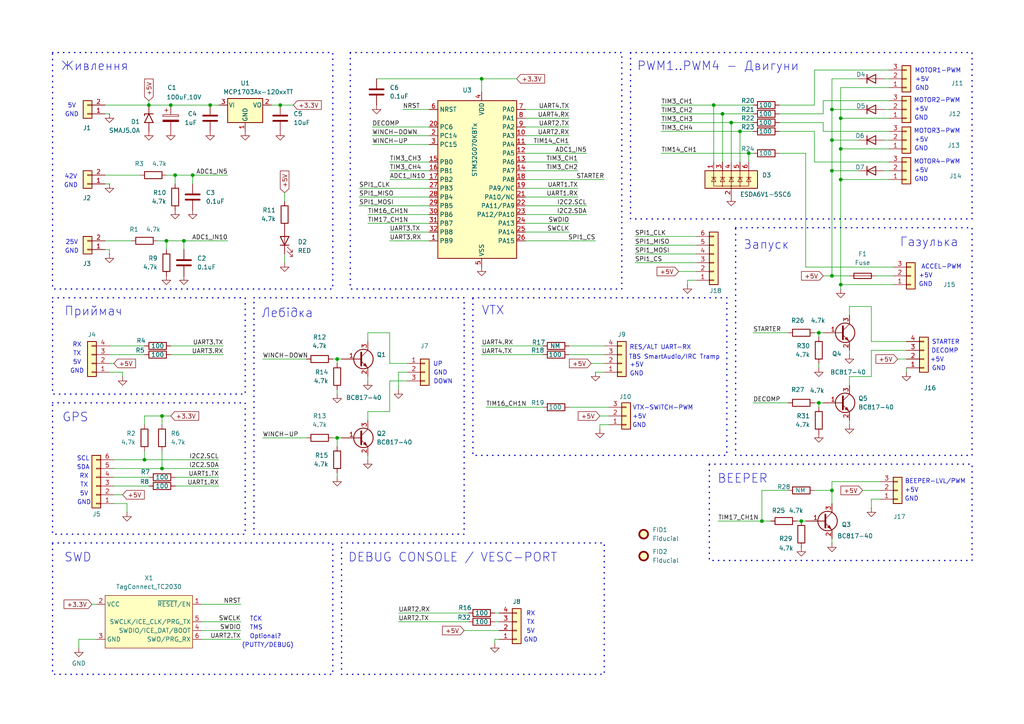
<source format=kicad_sch>
(kicad_sch (version 20231120) (generator "eeschema") (generator_version "8.0")
  (paper "A4")
  (junction (at 53.34 69.85))
  (junction (at 209.55 33.02))
  (junction (at 243.84 43.18))
  (junction (at 97.79 104.14))
  (junction (at 243.84 34.29))
  (junction (at 48.26 69.85))
  (junction (at 241.3 31.75))
  (junction (at 49.53 30.48))
  (junction (at 241.3 80.01))
  (junction (at 220.98 151.13))
  (junction (at 55.88 50.8))
  (junction (at 237.49 116.84))
  (junction (at 243.84 82.55))
  (junction (at 46.99 120.65))
  (junction (at 207.01 30.48))
  (junction (at 241.3 40.64))
  (junction (at 217.17 44.45))
  (junction (at 241.3 49.53))
  (junction (at 243.84 52.07))
  (junction (at 43.18 30.48))
  (junction (at 97.79 127))
  (junction (at 212.09 35.56))
  (junction (at 60.96 30.48))
  (junction (at 41.91 133.35))
  (junction (at 81.28 30.48))
  (junction (at 214.63 38.1))
  (junction (at 139.7 22.86))
  (junction (at 50.8 50.8))
  (junction (at 241.3 142.24))
  (junction (at 232.41 151.13))
  (junction (at 46.99 135.89))
  (junction (at 237.49 96.52))
  (wire (pts (xy 237.49 96.52) (xy 237.49 97.79)))
  (wire (pts (xy 97.79 137.16) (xy 97.79 138.43)))
  (wire (pts (xy 60.96 30.48) (xy 63.5 30.48)))
  (wire (pts (xy 152.4 36.83) (xy 165.1 36.83)))
  (wire (pts (xy 58.42 185.42) (xy 69.85 185.42)))
  (wire (pts (xy 262.89 107.95) (xy 262.89 106.68)))
  (wire (pts (xy 113.03 46.99) (xy 124.46 46.99)))
  (wire (pts (xy 140.97 118.11) (xy 157.48 118.11)))
  (wire (pts (xy 22.86 185.42) (xy 27.94 185.42)))
  (wire (pts (xy 31.75 72.39) (xy 31.75 73.66)))
  (wire (pts (xy 49.53 120.65) (xy 46.99 120.65)))
  (wire (pts (xy 248.92 40.64) (xy 241.3 40.64)))
  (wire (pts (xy 218.44 44.45) (xy 217.17 44.45)))
  (wire (pts (xy 236.22 142.24) (xy 241.3 142.24)))
  (wire (pts (xy 217.17 44.45) (xy 191.77 44.45)))
  (wire (pts (xy 49.53 30.48) (xy 60.96 30.48)))
  (wire (pts (xy 257.81 46.99) (xy 236.22 46.99)))
  (wire (pts (xy 31.75 100.33) (xy 41.91 100.33)))
  (wire (pts (xy 35.56 107.95) (xy 35.56 109.22)))
  (wire (pts (xy 218.44 116.84) (xy 228.6 116.84)))
  (wire (pts (xy 252.73 109.22) (xy 252.73 101.6)))
  (wire (pts (xy 196.85 78.74) (xy 201.93 78.74)))
  (wire (pts (xy 41.91 120.65) (xy 41.91 123.19)))
  (wire (pts (xy 46.99 120.65) (xy 41.91 120.65)))
  (wire (pts (xy 246.38 101.6) (xy 246.38 102.87)))
  (wire (pts (xy 106.68 119.38) (xy 106.68 121.92)))
  (wire (pts (xy 218.44 30.48) (xy 207.01 30.48)))
  (wire (pts (xy 259.08 82.55) (xy 243.84 82.55)))
  (wire (pts (xy 246.38 109.22) (xy 252.73 109.22)))
  (wire (pts (xy 152.4 44.45) (xy 170.18 44.45)))
  (wire (pts (xy 243.84 43.18) (xy 243.84 34.29)))
  (wire (pts (xy 97.79 104.14) (xy 99.06 104.14)))
  (wire (pts (xy 165.1 100.33) (xy 175.26 100.33)))
  (wire (pts (xy 48.26 69.85) (xy 53.34 69.85)))
  (wire (pts (xy 50.8 50.8) (xy 55.88 50.8)))
  (wire (pts (xy 104.14 57.15) (xy 124.46 57.15)))
  (wire (pts (xy 241.3 49.53) (xy 241.3 40.64)))
  (wire (pts (xy 207.01 30.48) (xy 191.77 30.48)))
  (wire (pts (xy 209.55 33.02) (xy 191.77 33.02)))
  (wire (pts (xy 252.73 99.06) (xy 262.89 99.06)))
  (wire (pts (xy 236.22 30.48) (xy 236.22 20.32)))
  (wire (pts (xy 238.76 35.56) (xy 238.76 38.1)))
  (wire (pts (xy 236.22 116.84) (xy 237.49 116.84)))
  (wire (pts (xy 226.06 44.45) (xy 233.68 44.45)))
  (wire (pts (xy 36.83 148.59) (xy 36.83 146.05)))
  (wire (pts (xy 241.3 139.7) (xy 241.3 142.24)))
  (wire (pts (xy 33.02 133.35) (xy 41.91 133.35)))
  (wire (pts (xy 113.03 49.53) (xy 124.46 49.53)))
  (wire (pts (xy 115.57 113.03) (xy 115.57 107.95)))
  (wire (pts (xy 218.44 33.02) (xy 209.55 33.02)))
  (wire (pts (xy 107.95 41.91) (xy 124.46 41.91)))
  (wire (pts (xy 97.79 113.03) (xy 97.79 114.3)))
  (wire (pts (xy 152.4 62.23) (xy 170.18 62.23)))
  (wire (pts (xy 199.39 82.55) (xy 199.39 81.28)))
  (wire (pts (xy 106.68 96.52) (xy 113.03 96.52)))
  (wire (pts (xy 78.74 30.48) (xy 81.28 30.48)))
  (wire (pts (xy 152.4 59.69) (xy 170.18 59.69)))
  (wire (pts (xy 116.84 31.75) (xy 124.46 31.75)))
  (wire (pts (xy 33.02 140.97) (xy 43.18 140.97)))
  (wire (pts (xy 218.44 96.52) (xy 228.6 96.52)))
  (wire (pts (xy 208.28 151.13) (xy 220.98 151.13)))
  (wire (pts (xy 58.42 180.34) (xy 69.85 180.34)))
  (wire (pts (xy 76.2 104.14) (xy 88.9 104.14)))
  (wire (pts (xy 246.38 121.92) (xy 246.38 123.19)))
  (wire (pts (xy 226.06 30.48) (xy 236.22 30.48)))
  (wire (pts (xy 243.84 34.29) (xy 243.84 25.4)))
  (wire (pts (xy 109.22 22.86) (xy 139.7 22.86)))
  (wire (pts (xy 231.14 151.13) (xy 232.41 151.13)))
  (wire (pts (xy 218.44 35.56) (xy 212.09 35.56)))
  (wire (pts (xy 226.06 38.1) (xy 236.22 38.1)))
  (wire (pts (xy 165.1 102.87) (xy 175.26 102.87)))
  (wire (pts (xy 257.81 43.18) (xy 243.84 43.18)))
  (wire (pts (xy 45.72 69.85) (xy 48.26 69.85)))
  (wire (pts (xy 165.1 118.11) (xy 176.53 118.11)))
  (wire (pts (xy 212.09 35.56) (xy 191.77 35.56)))
  (wire (pts (xy 82.55 73.66) (xy 82.55 76.2)))
  (wire (pts (xy 43.18 29.21) (xy 43.18 30.48)))
  (wire (pts (xy 238.76 33.02) (xy 238.76 29.21)))
  (wire (pts (xy 252.73 144.78) (xy 252.73 147.32)))
  (wire (pts (xy 33.02 135.89) (xy 46.99 135.89)))
  (wire (pts (xy 209.55 33.02) (xy 209.55 46.99)))
  (wire (pts (xy 241.3 40.64) (xy 241.3 31.75)))
  (wire (pts (xy 252.73 88.9) (xy 252.73 99.06)))
  (wire (pts (xy 143.51 185.42) (xy 144.78 185.42)))
  (wire (pts (xy 152.4 31.75) (xy 165.1 31.75)))
  (wire (pts (xy 30.48 72.39) (xy 31.75 72.39)))
  (wire (pts (xy 50.8 140.97) (xy 63.5 140.97)))
  (wire (pts (xy 173.99 124.46) (xy 173.99 123.19)))
  (wire (pts (xy 152.4 67.31) (xy 165.1 67.31)))
  (wire (pts (xy 49.53 100.33) (xy 64.77 100.33)))
  (wire (pts (xy 106.68 119.38) (xy 113.03 119.38)))
  (wire (pts (xy 115.57 177.8) (xy 135.89 177.8)))
  (wire (pts (xy 257.81 49.53) (xy 256.54 49.53)))
  (wire (pts (xy 50.8 138.43) (xy 63.5 138.43)))
  (wire (pts (xy 226.06 35.56) (xy 238.76 35.56)))
  (wire (pts (xy 113.03 96.52) (xy 113.03 105.41)))
  (wire (pts (xy 53.34 69.85) (xy 53.34 72.39)))
  (wire (pts (xy 255.27 139.7) (xy 241.3 139.7)))
  (wire (pts (xy 115.57 180.34) (xy 135.89 180.34)))
  (wire (pts (xy 173.99 123.19) (xy 176.53 123.19)))
  (wire (pts (xy 214.63 38.1) (xy 214.63 46.99)))
  (wire (pts (xy 233.68 77.47) (xy 259.08 77.47)))
  (wire (pts (xy 257.81 40.64) (xy 256.54 40.64)))
  (wire (pts (xy 30.48 30.48) (xy 43.18 30.48)))
  (wire (pts (xy 30.48 33.02) (xy 31.75 33.02)))
  (wire (pts (xy 46.99 120.65) (xy 46.99 123.19)))
  (wire (pts (xy 232.41 151.13) (xy 233.68 151.13)))
  (wire (pts (xy 113.03 105.41) (xy 118.11 105.41)))
  (wire (pts (xy 243.84 82.55) (xy 243.84 83.82)))
  (wire (pts (xy 184.15 76.2) (xy 201.93 76.2)))
  (wire (pts (xy 143.51 185.42) (xy 143.51 186.69)))
  (wire (pts (xy 248.92 49.53) (xy 241.3 49.53)))
  (wire (pts (xy 246.38 91.44) (xy 246.38 88.9)))
  (wire (pts (xy 214.63 38.1) (xy 191.77 38.1)))
  (wire (pts (xy 46.99 135.89) (xy 63.5 135.89)))
  (wire (pts (xy 41.91 133.35) (xy 63.5 133.35)))
  (wire (pts (xy 257.81 29.21) (xy 238.76 29.21)))
  (wire (pts (xy 31.75 105.41) (xy 33.02 105.41)))
  (wire (pts (xy 199.39 81.28) (xy 201.93 81.28)))
  (wire (pts (xy 152.4 52.07) (xy 175.26 52.07)))
  (wire (pts (xy 48.26 69.85) (xy 48.26 72.39)))
  (wire (pts (xy 236.22 46.99) (xy 236.22 38.1)))
  (wire (pts (xy 255.27 144.78) (xy 252.73 144.78)))
  (wire (pts (xy 257.81 31.75) (xy 256.54 31.75)))
  (wire (pts (xy 226.06 33.02) (xy 238.76 33.02)))
  (wire (pts (xy 220.98 142.24) (xy 220.98 151.13)))
  (wire (pts (xy 252.73 101.6) (xy 262.89 101.6)))
  (wire (pts (xy 143.51 177.8) (xy 144.78 177.8)))
  (wire (pts (xy 257.81 25.4) (xy 243.84 25.4)))
  (wire (pts (xy 31.75 53.34) (xy 30.48 53.34)))
  (wire (pts (xy 22.86 187.96) (xy 22.86 185.42)))
  (wire (pts (xy 113.03 119.38) (xy 113.03 110.49)))
  (wire (pts (xy 106.68 132.08) (xy 106.68 133.35)))
  (wire (pts (xy 48.26 50.8) (xy 50.8 50.8)))
  (wire (pts (xy 238.76 80.01) (xy 241.3 80.01)))
  (wire (pts (xy 257.81 34.29) (xy 243.84 34.29)))
  (wire (pts (xy 241.3 22.86) (xy 248.92 22.86)))
  (wire (pts (xy 152.4 69.85) (xy 172.72 69.85)))
  (wire (pts (xy 30.48 50.8) (xy 40.64 50.8)))
  (wire (pts (xy 139.7 102.87) (xy 157.48 102.87)))
  (wire (pts (xy 36.83 146.05) (xy 33.02 146.05)))
  (wire (pts (xy 152.4 64.77) (xy 165.1 64.77)))
  (wire (pts (xy 96.52 127) (xy 97.79 127)))
  (wire (pts (xy 53.34 69.85) (xy 66.04 69.85)))
  (wire (pts (xy 115.57 107.95) (xy 118.11 107.95)))
  (wire (pts (xy 243.84 52.07) (xy 243.84 43.18)))
  (wire (pts (xy 248.92 31.75) (xy 241.3 31.75)))
  (wire (pts (xy 31.75 107.95) (xy 35.56 107.95)))
  (wire (pts (xy 97.79 127) (xy 97.79 129.54)))
  (wire (pts (xy 184.15 73.66) (xy 201.93 73.66)))
  (wire (pts (xy 96.52 104.14) (xy 97.79 104.14)))
  (wire (pts (xy 172.72 107.95) (xy 175.26 107.95)))
  (wire (pts (xy 237.49 105.41) (xy 237.49 106.68)))
  (wire (pts (xy 220.98 151.13) (xy 223.52 151.13)))
  (wire (pts (xy 106.68 109.22) (xy 106.68 110.49)))
  (wire (pts (xy 241.3 142.24) (xy 241.3 146.05)))
  (wire (pts (xy 139.7 22.86) (xy 139.7 26.67)))
  (wire (pts (xy 50.8 50.8) (xy 50.8 53.34)))
  (wire (pts (xy 241.3 80.01) (xy 241.3 49.53)))
  (wire (pts (xy 241.3 31.75) (xy 241.3 22.86)))
  (wire (pts (xy 218.44 38.1) (xy 214.63 38.1)))
  (wire (pts (xy 152.4 57.15) (xy 167.64 57.15)))
  (wire (pts (xy 236.22 20.32) (xy 257.81 20.32)))
  (wire (pts (xy 152.4 49.53) (xy 167.64 49.53)))
  (wire (pts (xy 85.09 30.48) (xy 81.28 30.48)))
  (wire (pts (xy 207.01 30.48) (xy 207.01 46.99)))
  (wire (pts (xy 46.99 130.81) (xy 46.99 135.89)))
  (wire (pts (xy 43.18 30.48) (xy 49.53 30.48)))
  (wire (pts (xy 104.14 54.61) (xy 124.46 54.61)))
  (wire (pts (xy 241.3 156.21) (xy 241.3 157.48)))
  (wire (pts (xy 152.4 39.37) (xy 165.1 39.37)))
  (wire (pts (xy 104.14 59.69) (xy 124.46 59.69)))
  (wire (pts (xy 246.38 88.9) (xy 252.73 88.9)))
  (wire (pts (xy 237.49 116.84) (xy 238.76 116.84)))
  (wire (pts (xy 237.49 96.52) (xy 238.76 96.52)))
  (wire (pts (xy 257.81 52.07) (xy 243.84 52.07)))
  (wire (pts (xy 113.03 110.49) (xy 118.11 110.49)))
  (wire (pts (xy 106.68 64.77) (xy 124.46 64.77)))
  (wire (pts (xy 33.02 138.43) (xy 43.18 138.43)))
  (wire (pts (xy 31.75 102.87) (xy 41.91 102.87)))
  (wire (pts (xy 134.62 182.88) (xy 144.78 182.88)))
  (wire (pts (xy 41.91 130.81) (xy 41.91 133.35)))
  (wire (pts (xy 152.4 34.29) (xy 165.1 34.29)))
  (wire (pts (xy 212.09 35.56) (xy 212.09 46.99)))
  (wire (pts (xy 82.55 55.88) (xy 82.55 58.42)))
  (wire (pts (xy 33.02 143.51) (xy 35.56 143.51)))
  (wire (pts (xy 113.03 69.85) (xy 124.46 69.85)))
  (wire (pts (xy 106.68 62.23) (xy 124.46 62.23)))
  (wire (pts (xy 30.48 69.85) (xy 38.1 69.85)))
  (wire (pts (xy 149.86 22.86) (xy 139.7 22.86)))
  (wire (pts (xy 236.22 96.52) (xy 237.49 96.52)))
  (wire (pts (xy 233.68 44.45) (xy 233.68 77.47)))
  (wire (pts (xy 113.03 67.31) (xy 124.46 67.31)))
  (wire (pts (xy 184.15 68.58) (xy 201.93 68.58)))
  (wire (pts (xy 143.51 180.34) (xy 144.78 180.34)))
  (wire (pts (xy 107.95 36.83) (xy 124.46 36.83)))
  (wire (pts (xy 97.79 104.14) (xy 97.79 105.41)))
  (wire (pts (xy 237.49 116.84) (xy 237.49 118.11)))
  (wire (pts (xy 184.15 71.12) (xy 201.93 71.12)))
  (wire (pts (xy 58.42 175.26) (xy 69.85 175.26)))
  (wire (pts (xy 55.88 50.8) (xy 55.88 53.34)))
  (wire (pts (xy 260.35 104.14) (xy 262.89 104.14)))
  (wire (pts (xy 238.76 38.1) (xy 257.81 38.1)))
  (wire (pts (xy 26.67 175.26) (xy 27.94 175.26)))
  (wire (pts (xy 76.2 127) (xy 88.9 127)))
  (wire (pts (xy 246.38 109.22) (xy 246.38 111.76)))
  (wire (pts (xy 259.08 80.01) (xy 254 80.01)))
  (wire (pts (xy 113.03 52.07) (xy 124.46 52.07)))
  (wire (pts (xy 106.68 99.06) (xy 106.68 96.52)))
  (wire (pts (xy 250.19 142.24) (xy 255.27 142.24)))
  (wire (pts (xy 246.38 80.01) (xy 241.3 80.01)))
  (wire (pts (xy 152.4 41.91) (xy 165.1 41.91)))
  (wire (pts (xy 58.42 182.88) (xy 69.85 182.88)))
  (wire (pts (xy 243.84 82.55) (xy 243.84 52.07)))
  (wire (pts (xy 97.79 127) (xy 99.06 127)))
  (wire (pts (xy 171.45 105.41) (xy 175.26 105.41)))
  (wire (pts (xy 55.88 50.8) (xy 66.04 50.8)))
  (wire (pts (xy 107.95 39.37) (xy 124.46 39.37)))
  (wire (pts (xy 173.99 120.65) (xy 176.53 120.65)))
  (wire (pts (xy 49.53 102.87) (xy 64.77 102.87)))
  (wire (pts (xy 152.4 54.61) (xy 167.64 54.61)))
  (wire (pts (xy 217.17 44.45) (xy 217.17 46.99)))
  (wire (pts (xy 152.4 46.99) (xy 167.64 46.99)))
  (wire (pts (xy 256.54 22.86) (xy 257.81 22.86)))
  (wire (pts (xy 228.6 142.24) (xy 220.98 142.24)))
  (wire (pts (xy 139.7 100.33) (xy 157.48 100.33)))
  (rectangle (start 213.36 66.04) (end 281.94 132.08) (stroke (width 0.381) (type dot)))
  (rectangle (start 73.66 86.36) (end 134.62 154.94) (stroke (width 0.381) (type dot)))
  (rectangle (start 205.74 134.62) (end 281.94 162.56) (stroke (width 0.381) (type dot)))
  (rectangle (start 99.06 157.48) (end 175.26 195.58) (stroke (width 0.381) (type dot)))
  (rectangle (start 15.24 157.48) (end 96.52 195.58) (stroke (width 0.381) (type dot)))
  (rectangle (start 137.16 86.36) (end 210.82 132.08) (stroke (width 0.381) (type dot)))
  (rectangle (start 182.88 15.24) (end 281.94 63.5) (stroke (width 0.381) (type dot)))
  (rectangle (start 15.24 116.84) (end 71.12 154.94) (stroke (width 0.381) (type dot)))
  (rectangle (start 15.24 15.24) (end 96.52 83.82) (stroke (width 0.381) (type dot)))
  (rectangle (start 15.24 86.36) (end 71.12 114.3) (stroke (width 0.381) (type dot)))
  (rectangle (start 101.6 15.24) (end 180.34 83.82) (stroke (width 0.381) (type dot)))
  (text "PWM1..PWM4 - Двигуни" (at 208.28 19.304 0) (effects (font (size 2.54 2.54))))
  (text "42V" (at 20.574 51.308 0) (effects (font (size 1.27 1.27))))
  (text "+5V" (at 271.78 104.394 0) (effects (font (size 1.27 1.27))))
  (text "ACCEL-PWM" (at 273.05 77.47 0) (effects (font (size 1.27 1.27))))
  (text "GND" (at 153.924 185.674 0) (effects (font (size 1.27 1.27))))
  (text "GND" (at 267.462 25.654 0) (effects (font (size 1.27 1.27))))
  (text "Лебідка" (at 83.312 90.932 0) (effects (font (size 2.54 2.54))))
  (text "25V" (at 20.828 70.358 0) (effects (font (size 1.27 1.27))))
  (text "BEEPER" (at 215.392 138.938 0) (effects (font (size 2.54 2.54))))
  (text "GND" (at 20.828 33.274 0) (effects (font (size 1.27 1.27))))
  (text "5V" (at 22.352 105.156 0) (effects (font (size 1.27 1.27))))
  (text "SWD" (at 22.606 161.798 0) (effects (font (size 2.54 2.54))))
  (text "GND" (at 272.288 106.934 0) (effects (font (size 1.27 1.27))))
  (text "VTX-SWITCH-PWM" (at 192.278 118.364 0) (effects (font (size 1.27 1.27))))
  (text "RX" (at 153.924 178.054 0) (effects (font (size 1.27 1.27))))
  (text "+5V" (at 267.208 49.53 0) (effects (font (size 1.27 1.27))))
  (text "Приймач" (at 27.178 90.424 0) (effects (font (size 2.54 2.54))))
  (text "GND" (at 127.762 108.204 0) (effects (font (size 1.27 1.27))))
  (text "VTX" (at 143.002 90.17 0) (effects (font (size 2.54 2.54))))
  (text "GND" (at 20.574 53.848 0) (effects (font (size 1.27 1.27))))
  (text "DOWN" (at 128.524 110.744 0) (effects (font (size 1.27 1.27))))
  (text "RX" (at 22.352 100.076 0) (effects (font (size 1.27 1.27))))
  (text "GND" (at 184.658 108.458 0) (effects (font (size 1.27 1.27))))
  (text "TMS" (at 72.39 182.88 0) (effects (font (size 1.27 1.27)) (justify left bottom)))
  (text "+5V" (at 185.42 120.904 0) (effects (font (size 1.27 1.27))))
  (text "RES/ALT UART-RX" (at 191.516 100.838 0) (effects (font (size 1.27 1.27))))
  (text "Запуск" (at 222.25 71.12 0) (effects (font (size 2.54 2.54))))
  (text "BEEPER-LVL/PWM" (at 271.272 139.7 0) (effects (font (size 1.27 1.27))))
  (text "GPS" (at 21.844 121.158 0) (effects (font (size 2.54 2.54))))
  (text "TX" (at 22.352 102.616 0) (effects (font (size 1.27 1.27))))
  (text "DEBUG CONSOLE / VESC-PORT" (at 131.318 161.798 0) (effects (font (size 2.54 2.54))))
  (text "Optional?" (at 72.39 185.42 0) (effects (font (size 1.27 1.27)) (justify left bottom)))
  (text "SDA" (at 24.13 135.636 0) (effects (font (size 1.27 1.27))))
  (text "Газулька" (at 269.494 70.358 0) (effects (font (size 2.54 2.54))))
  (text "RX" (at 24.384 138.176 0) (effects (font (size 1.27 1.27))))
  (text "DECOMP" (at 274.066 101.854 0) (effects (font (size 1.27 1.27))))
  (text "MOTOR2-PWM" (at 271.78 29.21 0) (effects (font (size 1.27 1.27))))
  (text "+5V" (at 267.208 40.64 0) (effects (font (size 1.27 1.27))))
  (text "5V" (at 20.828 30.734 0) (effects (font (size 1.27 1.27))))
  (text "GND" (at 267.208 34.29 0) (effects (font (size 1.27 1.27))))
  (text "MOTOR3-PWM" (at 271.78 38.1 0) (effects (font (size 1.27 1.27))))
  (text "GND" (at 267.208 43.18 0) (effects (font (size 1.27 1.27))))
  (text "5V" (at 153.924 183.134 0) (effects (font (size 1.27 1.27))))
  (text "TCK" (at 72.39 180.34 0) (effects (font (size 1.27 1.27)) (justify left bottom)))
  (text "+5V" (at 268.478 80.01 0) (effects (font (size 1.27 1.27))))
  (text "+5V" (at 264.414 142.24 0) (effects (font (size 1.27 1.27))))
  (text "UP" (at 127 105.664 0) (effects (font (size 1.27 1.27))))
  (text "MOTOR1-PWM" (at 272.034 20.574 0) (effects (font (size 1.27 1.27))))
  (text "5V" (at 24.384 143.256 0) (effects (font (size 1.27 1.27))))
  (text "+5V" (at 184.658 105.918 0) (effects (font (size 1.27 1.27))))
  (text "STARTER" (at 274.32 99.314 0) (effects (font (size 1.27 1.27))))
  (text "+5V" (at 267.208 31.75 0) (effects (font (size 1.27 1.27))))
  (text "GND" (at 267.208 52.07 0) (effects (font (size 1.27 1.27))))
  (text "GND" (at 24.384 145.796 0) (effects (font (size 1.27 1.27))))
  (text "Живлення" (at 27.432 19.304 0) (effects (font (size 2.54 2.54))))
  (text "GND" (at 20.828 72.898 0) (effects (font (size 1.27 1.27))))
  (text "MOTOR4-PWM" (at 271.78 46.99 0) (effects (font (size 1.27 1.27))))
  (text "GND" (at 185.42 123.444 0) (effects (font (size 1.27 1.27))))
  (text "GND" (at 268.478 82.55 0) (effects (font (size 1.27 1.27))))
  (text "(PUTTY/DEBUG)" (at 70.104 187.96 0) (effects (font (size 1.27 1.27)) (justify left bottom)))
  (text "TBS SmartAudio/IRC Tramp" (at 195.58 103.632 0) (effects (font (size 1.27 1.27))))
  (text "TX" (at 153.924 180.594 0) (effects (font (size 1.27 1.27))))
  (text "+5V" (at 267.462 23.114 0) (effects (font (size 1.27 1.27))))
  (text "TX" (at 24.384 140.716 0) (effects (font (size 1.27 1.27))))
  (text "GND" (at 22.352 107.696 0) (effects (font (size 1.27 1.27))))
  (text "GND" (at 264.414 144.78 0) (effects (font (size 1.27 1.27))))
  (text "SCL" (at 24.13 133.096 0) (effects (font (size 1.27 1.27))))
  (label "ADC1_IN5" (at 66.04 50.8 180))
  (label "UART1.RX" (at 63.5 140.97 180))
  (label "DECOMP" (at 107.95 36.83 0))
  (label "UART3.TX" (at 64.77 100.33 180))
  (label "SWCLK" (at 165.1 67.31 180))
  (label "SWDIO" (at 165.1 64.77 180))
  (label "WINCH-DOWN" (at 107.95 39.37 0))
  (label "UART4.RX" (at 165.1 34.29 180))
  (label "UART2.RX" (at 115.57 177.8 0))
  (label "UART4.RX" (at 139.7 100.33 0))
  (label "UART3.TX" (at 113.03 67.31 0))
  (label "UART2.TX" (at 115.57 180.34 0))
  (label "SPI1_CS" (at 172.72 69.85 180))
  (label "ADC1_IN10" (at 66.04 69.85 180))
  (label "UART1.RX" (at 167.64 57.15 180))
  (label "ADC1_IN10" (at 113.03 52.07 0))
  (label "TIM3_CH1" (at 167.64 46.99 180))
  (label "WINCH-DOWN" (at 76.2 104.14 0))
  (label "TIM14_CH1" (at 191.77 44.45 0))
  (label "STARTER" (at 175.26 52.07 180))
  (label "TIM3_CH3" (at 113.03 46.99 0))
  (label "I2C2.SCL" (at 63.5 133.35 180))
  (label "SPI1_MISO" (at 104.14 57.15 0))
  (label "TIM17_CH1N" (at 106.68 64.77 0))
  (label "TIM16_CH1N" (at 140.97 118.11 0))
  (label "TIM3_CH2" (at 167.64 49.53 180))
  (label "TIM3_CH4" (at 191.77 38.1 0))
  (label "UART1.TX" (at 167.64 54.61 180))
  (label "UART2.TX" (at 165.1 36.83 180))
  (label "SWDIO" (at 69.85 182.88 180))
  (label "UART3.RX" (at 64.77 102.87 180))
  (label "WINCH-UP" (at 76.2 127 0))
  (label "NRST" (at 69.85 175.26 180))
  (label "UART1.TX" (at 63.5 138.43 180))
  (label "UART4.TX" (at 139.7 102.87 0))
  (label "UART2.RX" (at 165.1 39.37 180))
  (label "SPI1_CLK" (at 104.14 54.61 0))
  (label "TIM3_CH1" (at 191.77 30.48 0))
  (label "SPI1_CLK" (at 184.15 68.58 0))
  (label "UART2.TX" (at 69.85 185.42 180))
  (label "SPI1_MOSI" (at 104.14 59.69 0))
  (label "I2C2.SDA" (at 170.18 62.23 180))
  (label "DECOMP" (at 218.44 116.84 0))
  (label "ADC1_IN5" (at 170.18 44.45 180))
  (label "STARTER" (at 218.44 96.52 0))
  (label "I2C2.SCL" (at 170.18 59.69 180))
  (label "TIM3_CH2" (at 191.77 33.02 0))
  (label "SPI1_CS" (at 184.15 76.2 0))
  (label "SWCLK" (at 69.85 180.34 180))
  (label "TIM14_CH1" (at 165.1 41.91 180))
  (label "SPI1_MISO" (at 184.15 71.12 0))
  (label "TIM16_CH1N" (at 106.68 62.23 0))
  (label "UART3.RX" (at 113.03 69.85 0))
  (label "WINCH-UP" (at 107.95 41.91 0))
  (label "TIM3_CH4" (at 113.03 49.53 0))
  (label "TIM17_CH1N" (at 208.28 151.13 0))
  (label "TIM3_CH3" (at 191.77 35.56 0))
  (label "SPI1_MOSI" (at 184.15 73.66 0))
  (label "I2C2.SDA" (at 63.5 135.89 180))
  (label "UART4.TX" (at 165.1 31.75 180))
  (label "NRST" (at 116.84 31.75 0))
  (global_label "+5V" (shape input) (at 82.55 55.88 90) (property "Intersheetrefs" "${INTERSHEET_REFS}" (effects (hide yes))))
  (global_label "+5V" (shape input) (at 250.19 142.24 180) (property "Intersheetrefs" "${INTERSHEET_REFS}" (effects (hide yes))))
  (global_label "+3.3V" (shape input) (at 26.67 175.26 180) (property "Intersheetrefs" "${INTERSHEET_REFS}" (effects (hide yes))))
  (global_label "+5V" (shape input) (at 260.35 104.14 180) (property "Intersheetrefs" "${INTERSHEET_REFS}" (effects (hide yes))))
  (global_label "+3.3V" (shape input) (at 149.86 22.86 0) (property "Intersheetrefs" "${INTERSHEET_REFS}" (effects (hide yes))))
  (global_label "+5V" (shape input) (at 35.56 143.51 0) (property "Intersheetrefs" "${INTERSHEET_REFS}" (effects (hide yes))))
  (global_label "+5V" (shape input) (at 43.18 29.21 90) (property "Intersheetrefs" "${INTERSHEET_REFS}" (effects (hide yes))))
  (global_label "+5V" (shape input) (at 33.02 105.41 0) (property "Intersheetrefs" "${INTERSHEET_REFS}" (effects (hide yes))))
  (global_label "+5V" (shape input) (at 171.45 105.41 180) (property "Intersheetrefs" "${INTERSHEET_REFS}" (effects (hide yes))))
  (global_label "+3.3V" (shape input) (at 49.53 120.65 0) (property "Intersheetrefs" "${INTERSHEET_REFS}" (effects (hide yes))))
  (global_label "+5V" (shape input) (at 238.76 80.01 180) (property "Intersheetrefs" "${INTERSHEET_REFS}" (effects (hide yes))))
  (global_label "+5V" (shape input) (at 173.99 120.65 180) (property "Intersheetrefs" "${INTERSHEET_REFS}" (effects (hide yes))))
  (global_label "+3.3V" (shape input) (at 85.09 30.48 0) (property "Intersheetrefs" "${INTERSHEET_REFS}" (effects (hide yes))))
  (global_label "+5V" (shape input) (at 134.62 182.88 180) (property "Intersheetrefs" "${INTERSHEET_REFS}" (effects (hide yes))))
  (global_label "+5V" (shape input) (at 196.85 78.74 180) (property "Intersheetrefs" "${INTERSHEET_REFS}" (effects (hide yes))))
  (symbol (lib_id "Connector_Generic:Conn_01x04") (at 149.86 182.88 0) (mirror x) (unit 1)
    (property "Reference" "J8" (at 149.86 174.498 0))
    (property "Value" "Conn_01x03" (effects (hide yes)))
    (property "Footprint" "Connector_JST:JST_PH_B4B-PH-K_1x04_P2.00mm_Vertical" (effects (hide yes)))
    (property "Description" "Generic connector, single row, 01x04, script generated (kicad-library-utils/schlib/autogen/connector/)" (effects (hide yes)))
  )
  (symbol (lib_id "Connector_Generic:Conn_01x04") (at 267.97 104.14 0) (mirror x) (unit 1)
    (property "Reference" "J16" (at 269.748 112.522 0))
    (property "Value" "Conn_01x03" (effects (hide yes)))
    (property "Footprint" "Connector_JST:JST_PH_B4B-PH-K_1x04_P2.00mm_Vertical" (effects (hide yes)))
    (property "Description" "Generic connector, single row, 01x04, script generated (kicad-library-utils/schlib/autogen/connector/)" (effects (hide yes)))
  )
  (symbol (lib_id "Device:R") (at 161.29 100.33 90) (unit 1) (in_bom no)
    (property "Reference" "R17" (at 156.21 99.314 90))
    (property "Value" "NM" (at 161.036 100.33 90))
    (property "Footprint" "Resistor_SMD:R_0603_1608Metric" (effects (hide yes)))
    (property "Description" "Resistor" (effects (hide yes)))
  )
  (symbol (lib_id "Device:C") (at 55.88 57.15 0) (unit 1)
    (property "Reference" "C3" (at 59.69 55.8799 0) (effects (justify left)))
    (property "Value" "0.1uF" (at 59.69 58.4199 0) (effects (justify left)))
    (property "Footprint" "Capacitor_SMD:C_0603_1608Metric" (effects (hide yes)))
    (property "Description" "Unpolarized capacitor" (effects (hide yes)))
  )
  (symbol (lib_id "power:GND") (at 97.79 114.3 0) (unit 1)
    (property "Reference" "#PWR018" (effects (hide yes)))
    (property "Value" "GND" (effects (hide yes)))
    (property "Description" "Power symbol creates a global label with name \"GND\" , ground" (effects (hide yes)))
  )
  (symbol (lib_id "Device:R") (at 48.26 76.2 0) (mirror x) (unit 1)
    (property "Reference" "R9" (at 45.72 74.9299 0) (effects (justify right)))
    (property "Value" "4.7k" (at 45.72 77.4699 0) (effects (justify right)))
    (property "Footprint" "Resistor_SMD:R_0603_1608Metric" (effects (hide yes)))
    (property "Description" "Resistor" (effects (hide yes)))
  )
  (symbol (lib_id "Connector_Generic:Conn_01x03") (at 262.89 40.64 0) (mirror x) (unit 1)
    (property "Reference" "J13" (at 274.828 42.164 0) (effects (justify left)))
    (property "Value" "Conn_01x03" (effects (hide yes)))
    (property "Footprint" "Connector_JST:JST_PH_B3B-PH-K_1x03_P2.00mm_Vertical" (effects (hide yes)))
    (property "Description" "Generic connector, single row, 01x03, script generated (kicad-library-utils/schlib/autogen/connector/)" (effects (hide yes)))
  )
  (symbol (lib_id "power:GND") (at 97.79 138.43 0) (unit 1)
    (property "Reference" "#PWR019" (effects (hide yes)))
    (property "Value" "GND" (effects (hide yes)))
    (property "Description" "Power symbol creates a global label with name \"GND\" , ground" (effects (hide yes)))
  )
  (symbol (lib_id "Connector_Generic:Conn_01x06") (at 27.94 140.97 180) (unit 1)
    (property "Reference" "J5" (at 29.21 149.098 0) (effects (justify left)))
    (property "Value" "Conn_01x06" (effects (hide yes)))
    (property "Footprint" "Connector_JST:JST_PH_B6B-PH-K_1x06_P2.00mm_Vertical" (effects (hide yes)))
    (property "Description" "Generic connector, single row, 01x06, script generated (kicad-library-utils/schlib/autogen/connector/)" (effects (hide yes)))
  )
  (symbol (lib_id "local:Conn_TagConnect_TC2030") (at 50.8 180.34 0) (unit 1) (in_bom no)
    (property "Reference" "X1" (at 43.18 167.64 0))
    (property "Value" "TagConnect_TC2030" (at 43.18 170.18 0))
    (property "Footprint" "local:TC2030-MCP" (effects (hide yes)))
    (property "Datasheet" "https://www.tag-connect.com/wp-content/uploads/bsk-pdf-manager/TC2030-CTX_1.pdf" (effects (hide yes)))
  )
  (symbol (lib_id "Device:R") (at 139.7 177.8 90) (unit 1)
    (property "Reference" "R16" (at 134.874 176.276 90))
    (property "Value" "100" (at 139.7 177.8 90))
    (property "Footprint" "Resistor_SMD:R_0603_1608Metric" (effects (hide yes)))
    (property "Description" "Resistor" (effects (hide yes)))
  )
  (symbol (lib_id "Connector_Generic:Conn_01x04") (at 26.67 105.41 180) (unit 1)
    (property "Reference" "J4" (at 26.67 97.028 0))
    (property "Value" "Conn_01x03" (effects (hide yes)))
    (property "Footprint" "Connector_JST:JST_PH_B4B-PH-K_1x04_P2.00mm_Vertical" (effects (hide yes)))
    (property "Description" "Generic connector, single row, 01x04, script generated (kicad-library-utils/schlib/autogen/connector/)" (effects (hide yes)))
  )
  (symbol (lib_id "power:GND") (at 55.88 60.96 0) (unit 1)
    (property "Reference" "#PWR012" (effects (hide yes)))
    (property "Value" "GND" (effects (hide yes)))
    (property "Description" "Power symbol creates a global label with name \"GND\" , ground" (effects (hide yes)))
  )
  (symbol (lib_id "Connector_Generic:Conn_01x02") (at 25.4 53.34 180) (unit 1)
    (property "Reference" "J2" (at 26.416 57.404 0) (effects (justify left)))
    (property "Value" "Conn_01x03" (effects (hide yes)))
    (property "Footprint" "Connector_JST:JST_PH_B2B-PH-K_1x02_P2.00mm_Vertical" (effects (hide yes)))
    (property "Description" "Generic connector, single row, 01x02, script generated (kicad-library-utils/schlib/autogen/connector/)" (effects (hide yes)))
  )
  (symbol (lib_id "Device:D") (at 252.73 31.75 0) (unit 1)
    (property "Reference" "D5" (at 249.682 30.734 0))
    (property "Value" "D" (effects (hide yes)))
    (property "Footprint" "Diode_SMD:D_SOD-123" (effects (hide yes)))
    (property "Description" "Diode" (effects (hide yes)))
    (property "Sim.Device" "D" (effects (hide yes)))
    (property "Sim.Pins" "1=K 2=A" (effects (hide yes)))
  )
  (symbol (lib_id "Device:R") (at 232.41 142.24 90) (unit 1) (in_bom no)
    (property "Reference" "R28" (at 227.33 141.224 90))
    (property "Value" "NM" (at 232.156 142.24 90))
    (property "Footprint" "Resistor_SMD:R_0603_1608Metric" (effects (hide yes)))
    (property "Description" "Resistor" (effects (hide yes)))
  )
  (symbol (lib_id "power:GND") (at 106.68 110.49 0) (unit 1)
    (property "Reference" "#PWR020" (effects (hide yes)))
    (property "Value" "GND" (effects (hide yes)))
    (property "Description" "Power symbol creates a global label with name \"GND\" , ground" (effects (hide yes)))
  )
  (symbol (lib_id "Connector_Generic:Conn_01x03") (at 262.89 22.86 0) (mirror x) (unit 1)
    (property "Reference" "J11" (at 275.844 24.13 0) (effects (justify left)))
    (property "Value" "Conn_01x03" (effects (hide yes)))
    (property "Footprint" "Connector_JST:JST_PH_B3B-PH-K_1x03_P2.00mm_Vertical" (effects (hide yes)))
    (property "Description" "Generic connector, single row, 01x03, script generated (kicad-library-utils/schlib/autogen/connector/)" (effects (hide yes)))
  )
  (symbol (lib_id "power:GND") (at 237.49 125.73 0) (unit 1)
    (property "Reference" "#PWR033" (effects (hide yes)))
    (property "Value" "GND" (effects (hide yes)))
    (property "Description" "Power symbol creates a global label with name \"GND\" , ground" (effects (hide yes)))
  )
  (symbol (lib_id "Connector_Generic:Conn_01x03") (at 262.89 49.53 0) (mirror x) (unit 1)
    (property "Reference" "J14" (at 275.336 51.054 0) (effects (justify left)))
    (property "Value" "Conn_01x03" (effects (hide yes)))
    (property "Footprint" "Connector_JST:JST_PH_B3B-PH-K_1x03_P2.00mm_Vertical" (effects (hide yes)))
    (property "Description" "Generic connector, single row, 01x03, script generated (kicad-library-utils/schlib/autogen/connector/)" (effects (hide yes)))
  )
  (symbol (lib_id "Device:R") (at 46.99 138.43 90) (unit 1)
    (property "Reference" "R7" (at 42.164 136.906 90))
    (property "Value" "100" (at 46.99 138.43 90))
    (property "Footprint" "Resistor_SMD:R_0603_1608Metric" (effects (hide yes)))
    (property "Description" "Resistor" (effects (hide yes)))
  )
  (symbol (lib_id "power:GND") (at 237.49 106.68 0) (unit 1)
    (property "Reference" "#PWR032" (effects (hide yes)))
    (property "Value" "GND" (effects (hide yes)))
    (property "Description" "Power symbol creates a global label with name \"GND\" , ground" (effects (hide yes)))
  )
  (symbol (lib_id "power:GND") (at 53.34 80.01 0) (unit 1)
    (property "Reference" "#PWR011" (effects (hide yes)))
    (property "Value" "GND" (effects (hide yes)))
    (property "Description" "Power symbol creates a global label with name \"GND\" , ground" (effects (hide yes)))
  )
  (symbol (lib_id "Connector_Generic:Conn_01x03") (at 181.61 120.65 0) (mirror x) (unit 1)
    (property "Reference" "J10" (at 179.578 115.062 0) (effects (justify left)))
    (property "Value" "Conn_01x03" (effects (hide yes)))
    (property "Footprint" "Connector_JST:JST_PH_B3B-PH-K_1x03_P2.00mm_Vertical" (effects (hide yes)))
    (property "Description" "Generic connector, single row, 01x03, script generated (kicad-library-utils/schlib/autogen/connector/)" (effects (hide yes)))
  )
  (symbol (lib_id "power:GND") (at 35.56 109.22 0) (unit 1)
    (property "Reference" "#PWR05" (effects (hide yes)))
    (property "Value" "GND" (effects (hide yes)))
    (property "Description" "Power symbol creates a global label with name \"GND\" , ground" (effects (hide yes)))
  )
  (symbol (lib_id "power:GND") (at 81.28 38.1 0) (unit 1)
    (property "Reference" "#PWR015" (effects (hide yes)))
    (property "Value" "GND" (effects (hide yes)))
    (property "Description" "Power symbol creates a global label with name \"GND\" , ground" (effects (hide yes)))
  )
  (symbol (lib_id "power:GND") (at 22.86 187.96 0) (unit 1)
    (property "Reference" "#PWR01" (effects (hide yes)))
    (property "Value" "GND" (at 22.86 192.405 0))
  )
  (symbol (lib_id "Device:Q_NPN_BEC") (at 104.14 127 0) (unit 1)
    (property "Reference" "Q2" (at 109.22 125.7299 0) (effects (justify left)))
    (property "Value" "BC817-40" (at 109.22 128.2699 0) (effects (justify left)))
    (property "Footprint" "Package_TO_SOT_SMD:SOT-23" (effects (hide yes)))
    (property "Description" "NPN transistor, base/emitter/collector" (effects (hide yes)))
  )
  (symbol (lib_id "Device:D") (at 252.73 49.53 0) (unit 1)
    (property "Reference" "D7" (at 249.428 48.514 0))
    (property "Value" "D" (effects (hide yes)))
    (property "Footprint" "Diode_SMD:D_SOD-123" (effects (hide yes)))
    (property "Description" "Diode" (effects (hide yes)))
    (property "Sim.Device" "D" (effects (hide yes)))
    (property "Sim.Pins" "1=K 2=A" (effects (hide yes)))
  )
  (symbol (lib_id "Device:R") (at 161.29 102.87 90) (unit 1)
    (property "Reference" "R18" (at 155.956 101.6 90))
    (property "Value" "100" (at 161.036 102.87 90))
    (property "Footprint" "Resistor_SMD:R_0603_1608Metric" (effects (hide yes)))
    (property "Description" "Resistor" (effects (hide yes)))
  )
  (symbol (lib_id "Device:R") (at 222.25 30.48 90) (unit 1)
    (property "Reference" "R20" (at 216.916 29.21 90))
    (property "Value" "100" (at 221.996 30.48 90))
    (property "Footprint" "Resistor_SMD:R_0603_1608Metric" (effects (hide yes)))
    (property "Description" "Resistor" (effects (hide yes)))
  )
  (symbol (lib_id "Device:C") (at 53.34 76.2 0) (unit 1)
    (property "Reference" "C2" (at 57.15 74.9299 0) (effects (justify left)))
    (property "Value" "0.1uF" (at 57.15 77.4699 0) (effects (justify left)))
    (property "Footprint" "Capacitor_SMD:C_0603_1608Metric" (effects (hide yes)))
    (property "Description" "Unpolarized capacitor" (effects (hide yes)))
  )
  (symbol (lib_id "Connector_Generic:Conn_01x02") (at 25.4 33.02 180) (unit 1)
    (property "Reference" "J1" (at 26.416 37.084 0) (effects (justify left)))
    (property "Value" "Conn_01x03" (effects (hide yes)))
    (property "Footprint" "Connector_JST:JST_PH_B2B-PH-K_1x02_P2.00mm_Vertical" (effects (hide yes)))
    (property "Description" "Generic connector, single row, 01x02, script generated (kicad-library-utils/schlib/autogen/connector/)" (effects (hide yes)))
  )
  (symbol (lib_id "Connector_Generic:Conn_01x06") (at 207.01 76.2 0) (mirror x) (unit 1)
    (property "Reference" "J18" (at 205.74 84.328 0) (effects (justify left)))
    (property "Value" "Conn_01x06" (effects (hide yes)))
    (property "Footprint" "Connector_JST:JST_PH_B6B-PH-K_1x06_P2.00mm_Vertical" (effects (hide yes)))
    (property "Description" "Generic connector, single row, 01x06, script generated (kicad-library-utils/schlib/autogen/connector/)" (effects (hide yes)))
  )
  (symbol (lib_id "power:GND") (at 49.53 38.1 0) (unit 1)
    (property "Reference" "#PWR09" (effects (hide yes)))
    (property "Value" "GND" (effects (hide yes)))
    (property "Description" "Power symbol creates a global label with name \"GND\" , ground" (effects (hide yes)))
  )
  (symbol (lib_id "Device:R") (at 222.25 38.1 90) (unit 1)
    (property "Reference" "R23" (at 216.916 36.83 90))
    (property "Value" "100" (at 221.996 38.1 90))
    (property "Footprint" "Resistor_SMD:R_0603_1608Metric" (effects (hide yes)))
    (property "Description" "Resistor" (effects (hide yes)))
  )
  (symbol (lib_id "Device:R") (at 97.79 109.22 0) (mirror x) (unit 1)
    (property "Reference" "R14" (at 95.25 107.9499 0) (effects (justify right)))
    (property "Value" "4.7k" (at 95.25 110.4899 0) (effects (justify right)))
    (property "Footprint" "Resistor_SMD:R_0603_1608Metric" (effects (hide yes)))
    (property "Description" "Resistor" (effects (hide yes)))
  )
  (symbol (lib_id "power:GND") (at 262.89 107.95 0) (unit 1)
    (property "Reference" "#PWR039" (effects (hide yes)))
    (property "Value" "GND" (effects (hide yes)))
    (property "Description" "Power symbol creates a global label with name \"GND\" , ground" (effects (hide yes)))
  )
  (symbol (lib_id "Device:R") (at 82.55 62.23 0) (mirror x) (unit 1)
    (property "Reference" "R11" (at 80.01 60.9599 0) (effects (justify right)))
    (property "Value" "4.7k" (at 80.01 63.4999 0) (effects (justify right)))
    (property "Footprint" "Resistor_SMD:R_0603_1608Metric" (effects (hide yes)))
    (property "Description" "Resistor" (effects (hide yes)))
  )
  (symbol (lib_id "Device:R") (at 46.99 140.97 90) (unit 1)
    (property "Reference" "R8" (at 41.91 139.7 90))
    (property "Value" "100" (at 46.99 140.97 90))
    (property "Footprint" "Resistor_SMD:R_0603_1608Metric" (effects (hide yes)))
    (property "Description" "Resistor" (effects (hide yes)))
  )
  (symbol (lib_id "Device:R") (at 161.29 118.11 90) (unit 1)
    (property "Reference" "R19" (at 155.956 116.84 90))
    (property "Value" "100" (at 161.036 118.11 90))
    (property "Footprint" "Resistor_SMD:R_0603_1608Metric" (effects (hide yes)))
    (property "Description" "Resistor" (effects (hide yes)))
  )
  (symbol (lib_id "Connector_Generic:Conn_01x04") (at 180.34 105.41 0) (mirror x) (unit 1)
    (property "Reference" "J9" (at 180.34 97.028 0))
    (property "Value" "Conn_01x03" (effects (hide yes)))
    (property "Footprint" "Connector_JST:JST_PH_B4B-PH-K_1x04_P2.00mm_Vertical" (effects (hide yes)))
    (property "Description" "Generic connector, single row, 01x04, script generated (kicad-library-utils/schlib/autogen/connector/)" (effects (hide yes)))
  )
  (symbol (lib_id "Connector_Generic:Conn_01x03") (at 264.16 80.01 0) (mirror x) (unit 1)
    (property "Reference" "J15" (at 273.558 82.55 0) (effects (justify left)))
    (property "Value" "Conn_01x03" (effects (hide yes)))
    (property "Footprint" "Connector_JST:JST_PH_B3B-PH-K_1x03_P2.00mm_Vertical" (effects (hide yes)))
    (property "Description" "Generic connector, single row, 01x03, script generated (kicad-library-utils/schlib/autogen/connector/)" (effects (hide yes)))
  )
  (symbol (lib_id "Device:D") (at 252.73 22.86 0) (unit 1)
    (property "Reference" "D4" (at 249.682 21.59 0))
    (property "Value" "D" (effects (hide yes)))
    (property "Footprint" "Diode_SMD:D_SOD-123" (effects (hide yes)))
    (property "Description" "Diode" (effects (hide yes)))
    (property "Sim.Device" "D" (effects (hide yes)))
    (property "Sim.Pins" "1=K 2=A" (effects (hide yes)))
  )
  (symbol (lib_id "Connector_Generic:Conn_01x03") (at 262.89 31.75 0) (mirror x) (unit 1)
    (property "Reference" "J12" (at 275.082 33.02 0) (effects (justify left)))
    (property "Value" "Conn_01x03" (effects (hide yes)))
    (property "Footprint" "Connector_JST:JST_PH_B3B-PH-K_1x03_P2.00mm_Vertical" (effects (hide yes)))
    (property "Description" "Generic connector, single row, 01x03, script generated (kicad-library-utils/schlib/autogen/connector/)" (effects (hide yes)))
  )
  (symbol (lib_id "Connector_Generic:Conn_01x03") (at 123.19 107.95 0) (unit 1)
    (property "Reference" "J7" (at 121.92 100.33 0) (effects (justify left)))
    (property "Value" "Conn_01x03" (effects (hide yes)))
    (property "Footprint" "Connector_JST:JST_PH_B3B-PH-K_1x03_P2.00mm_Vertical" (effects (hide yes)))
    (property "Description" "Generic connector, single row, 01x03, script generated (kicad-library-utils/schlib/autogen/connector/)" (effects (hide yes)))
  )
  (symbol (lib_id "Device:R") (at 41.91 127 0) (mirror x) (unit 1)
    (property "Reference" "R2" (at 39.37 125.7299 0) (effects (justify right)))
    (property "Value" "4.7k" (at 39.37 128.2699 0) (effects (justify right)))
    (property "Footprint" "Resistor_SMD:R_0603_1608Metric" (effects (hide yes)))
    (property "Description" "Resistor" (effects (hide yes)))
  )
  (symbol (lib_id "Device:R") (at 139.7 180.34 90) (unit 1)
    (property "Reference" "R32" (at 134.62 179.07 90))
    (property "Value" "100" (at 139.7 180.34 90))
    (property "Footprint" "Resistor_SMD:R_0603_1608Metric" (effects (hide yes)))
    (property "Description" "Resistor" (effects (hide yes)))
  )
  (symbol (lib_id "Device:R") (at 232.41 96.52 90) (unit 1)
    (property "Reference" "R26" (at 231.394 92.964 90))
    (property "Value" "4.7k" (at 237.236 92.964 90))
    (property "Footprint" "Resistor_SMD:R_0603_1608Metric" (effects (hide yes)))
    (property "Description" "Resistor" (effects (hide yes)))
  )
  (symbol (lib_id "Device:R") (at 227.33 151.13 90) (unit 1)
    (property "Reference" "R25" (at 225.806 148.082 90))
    (property "Value" "4.7k" (at 230.886 148.082 90))
    (property "Footprint" "Resistor_SMD:R_0603_1608Metric" (effects (hide yes)))
    (property "Description" "Resistor" (effects (hide yes)))
  )
  (symbol (lib_id "power:GND") (at 31.75 73.66 0) (unit 1)
    (property "Reference" "#PWR03" (effects (hide yes)))
    (property "Value" "GND" (effects (hide yes)))
    (property "Description" "Power symbol creates a global label with name \"GND\" , ground" (effects (hide yes)))
  )
  (symbol (lib_id "Device:R") (at 92.71 127 90) (unit 1)
    (property "Reference" "R13" (at 92.71 120.65 90))
    (property "Value" "4.7k" (at 92.71 123.19 90))
    (property "Footprint" "Resistor_SMD:R_0603_1608Metric" (effects (hide yes)))
    (property "Description" "Resistor" (effects (hide yes)))
  )
  (symbol (lib_id "Device:R") (at 50.8 57.15 0) (mirror x) (unit 1)
    (property "Reference" "R10" (at 48.26 55.8799 0) (effects (justify right)))
    (property "Value" "4.7k" (at 48.26 58.4199 0) (effects (justify right)))
    (property "Footprint" "Resistor_SMD:R_0603_1608Metric" (effects (hide yes)))
    (property "Description" "Resistor" (effects (hide yes)))
  )
  (symbol (lib_id "power:GND") (at 212.09 57.15 0) (unit 1)
    (property "Reference" "#PWR030" (effects (hide yes)))
    (property "Value" "GND" (effects (hide yes)))
    (property "Description" "Power symbol creates a global label with name \"GND\" , ground" (effects (hide yes)))
  )
  (symbol (lib_id "Device:Q_NPN_BEC") (at 243.84 116.84 0) (unit 1)
    (property "Reference" "Q5" (at 248.92 115.5699 0) (effects (justify left)))
    (property "Value" "BC817-40" (at 248.92 118.1099 0) (effects (justify left)))
    (property "Footprint" "Package_TO_SOT_SMD:SOT-23" (effects (hide yes)))
    (property "Description" "NPN transistor, base/emitter/collector" (effects (hide yes)))
  )
  (symbol (lib_id "Device:C_Polarized") (at 49.53 34.29 0) (unit 1)
    (property "Reference" "C1" (at 48.514 25.4 0) (effects (justify left)))
    (property "Value" "100uF,10V" (at 48.26 28.194 0) (effects (justify left)))
    (property "Footprint" "Capacitor_Tantalum_SMD:CP_EIA-6032-20_AVX-F" (effects (hide yes)))
    (property "Description" "Polarized capacitor" (effects (hide yes)))
  )
  (symbol (lib_id "power:GND") (at 43.18 38.1 0) (unit 1)
    (property "Reference" "#PWR07" (effects (hide yes)))
    (property "Value" "GND" (effects (hide yes)))
    (property "Description" "Power symbol creates a global label with name \"GND\" , ground" (effects (hide yes)))
  )
  (symbol (lib_id "Device:R") (at 97.79 133.35 0) (mirror x) (unit 1)
    (property "Reference" "R15" (at 95.25 132.0799 0) (effects (justify right)))
    (property "Value" "4.7k" (at 95.25 134.6199 0) (effects (justify right)))
    (property "Footprint" "Resistor_SMD:R_0603_1608Metric" (effects (hide yes)))
    (property "Description" "Resistor" (effects (hide yes)))
  )
  (symbol (lib_id "power:GND") (at 36.83 148.59 0) (unit 1)
    (property "Reference" "#PWR06" (effects (hide yes)))
    (property "Value" "GND" (effects (hide yes)))
    (property "Description" "Power symbol creates a global label with name \"GND\" , ground" (effects (hide yes)))
  )
  (symbol (lib_id "Device:R") (at 232.41 154.94 0) (mirror x) (unit 1)
    (property "Reference" "R29" (at 229.87 156.21 0) (effects (justify right)))
    (property "Value" "4.7k" (at 230.124 159.004 0) (effects (justify right)))
    (property "Footprint" "Resistor_SMD:R_0603_1608Metric" (effects (hide yes)))
    (property "Description" "Resistor" (effects (hide yes)))
  )
  (symbol (lib_id "power:GND") (at 252.73 147.32 0) (unit 1)
    (property "Reference" "#PWR038" (effects (hide yes)))
    (property "Value" "GND" (effects (hide yes)))
    (property "Description" "Power symbol creates a global label with name \"GND\" , ground" (effects (hide yes)))
  )
  (symbol (lib_id "Device:R") (at 46.99 127 180) (unit 1)
    (property "Reference" "R6" (at 49.53 125.7299 0) (effects (justify right)))
    (property "Value" "4.7k" (at 49.53 128.2699 0) (effects (justify right)))
    (property "Footprint" "Resistor_SMD:R_0603_1608Metric" (effects (hide yes)))
    (property "Description" "Resistor" (effects (hide yes)))
  )
  (symbol (lib_id "power:GND") (at 143.51 186.69 0) (unit 1)
    (property "Reference" "#PWR027" (effects (hide yes)))
    (property "Value" "GND" (effects (hide yes)))
    (property "Description" "Power symbol creates a global label with name \"GND\" , ground" (effects (hide yes)))
  )
  (symbol (lib_id "Power_Protection:ESDA6V1-5SC6") (at 212.09 52.07 0) (unit 1)
    (property "Reference" "D3" (at 220.98 50.7999 0) (effects (justify left)))
    (property "Value" "ESDA6V1-5SC6" (at 214.63 56.388 0) (effects (justify left)))
    (property "Footprint" "Package_TO_SOT_SMD:SOT-23-6" (effects (hide yes)))
    (property "Datasheet" "www.st.com/resource/en/datasheet/esda6v1-5sc6.pdf" (effects (hide yes)))
    (property "Description" "Quintuple bidirectional transil, Suppressor for ESD protection, 6V1 Breakdown, SOT-23-6" (effects (hide yes)))
  )
  (symbol (lib_id "Device:R") (at 45.72 102.87 90) (unit 1)
    (property "Reference" "R5" (at 40.64 101.6 90))
    (property "Value" "100" (at 45.72 102.87 90))
    (property "Footprint" "Resistor_SMD:R_0603_1608Metric" (effects (hide yes)))
    (property "Description" "Resistor" (effects (hide yes)))
  )
  (symbol (lib_id "power:GND") (at 199.39 82.55 0) (unit 1)
    (property "Reference" "#PWR040" (effects (hide yes)))
    (property "Value" "GND" (effects (hide yes)))
    (property "Description" "Power symbol creates a global label with name \"GND\" , ground" (effects (hide yes)))
  )
  (symbol (lib_id "Device:LED") (at 82.55 69.85 90) (unit 1)
    (property "Reference" "D2" (at 86.36 70.1674 90) (effects (justify right)))
    (property "Value" "RED" (at 86.36 72.7074 90) (effects (justify right)))
    (property "Footprint" "LED_SMD:LED_0603_1608Metric" (effects (hide yes)))
    (property "Description" "Light emitting diode" (effects (hide yes)))
  )
  (symbol (lib_id "Device:Q_NPN_BEC") (at 243.84 96.52 0) (unit 1)
    (property "Reference" "Q4" (at 241.3 102.616 0) (effects (justify left)))
    (property "Value" "BC817-40" (at 240.792 107.95 0) (effects (justify left)))
    (property "Footprint" "Package_TO_SOT_SMD:SOT-23" (effects (hide yes)))
    (property "Description" "NPN transistor, base/emitter/collector" (effects (hide yes)))
  )
  (symbol (lib_id "power:GND") (at 243.84 83.82 0) (unit 1)
    (property "Reference" "#PWR035" (effects (hide yes)))
    (property "Value" "GND" (effects (hide yes)))
    (property "Description" "Power symbol creates a global label with name \"GND\" , ground" (effects (hide yes)))
  )
  (symbol (lib_id "Mechanical:Fiducial") (at 186.69 154.94 0) (unit 1) (exclude_from_sim yes) (in_bom no)
    (property "Reference" "FID1" (at 189.23 153.6699 0) (effects (justify left)))
    (property "Value" "Fiducial" (at 189.23 156.2099 0) (effects (justify left)))
    (property "Footprint" "Fiducial:Fiducial_1mm_Mask2mm" (effects (hide yes)))
    (property "Description" "Fiducial Marker" (effects (hide yes)))
  )
  (symbol (lib_id "power:GND") (at 82.55 76.2 0) (unit 1)
    (property "Reference" "#PWR016" (effects (hide yes)))
    (property "Value" "GND" (effects (hide yes)))
    (property "Description" "Power symbol creates a global label with name \"GND\" , ground" (effects (hide yes)))
  )
  (symbol (lib_id "power:GND") (at 50.8 60.96 0) (unit 1)
    (property "Reference" "#PWR010" (effects (hide yes)))
    (property "Value" "GND" (effects (hide yes)))
    (property "Description" "Power symbol creates a global label with name \"GND\" , ground" (effects (hide yes)))
  )
  (symbol (lib_id "Device:R") (at 222.25 35.56 90) (unit 1)
    (property "Reference" "R22" (at 216.916 34.29 90))
    (property "Value" "100" (at 221.996 35.56 90))
    (property "Footprint" "Resistor_SMD:R_0603_1608Metric" (effects (hide yes)))
    (property "Description" "Resistor" (effects (hide yes)))
  )
  (symbol (lib_id "power:GND") (at 241.3 157.48 0) (unit 1)
    (property "Reference" "#PWR034" (effects (hide yes)))
    (property "Value" "GND" (effects (hide yes)))
    (property "Description" "Power symbol creates a global label with name \"GND\" , ground" (effects (hide yes)))
  )
  (symbol (lib_id "Device:R") (at 222.25 33.02 90) (unit 1)
    (property "Reference" "R21" (at 216.916 31.75 90))
    (property "Value" "100" (at 221.996 33.02 90))
    (property "Footprint" "Resistor_SMD:R_0603_1608Metric" (effects (hide yes)))
    (property "Description" "Resistor" (effects (hide yes)))
  )
  (symbol (lib_id "Device:C") (at 81.28 34.29 0) (unit 1)
    (property "Reference" "C5" (at 85.09 33.0199 0) (effects (justify left)))
    (property "Value" "10uF" (at 85.09 35.5599 0) (effects (justify left)))
    (property "Footprint" "Capacitor_SMD:C_0603_1608Metric" (effects (hide yes)))
    (property "Description" "Unpolarized capacitor" (effects (hide yes)))
  )
  (symbol (lib_id "power:GND") (at 48.26 80.01 0) (unit 1)
    (property "Reference" "#PWR08" (effects (hide yes)))
    (property "Value" "GND" (effects (hide yes)))
    (property "Description" "Power symbol creates a global label with name \"GND\" , ground" (effects (hide yes)))
  )
  (symbol (lib_id "Device:R") (at 45.72 100.33 90) (unit 1)
    (property "Reference" "R4" (at 40.894 98.806 90))
    (property "Value" "100" (at 45.72 100.33 90))
    (property "Footprint" "Resistor_SMD:R_0603_1608Metric" (effects (hide yes)))
    (property "Description" "Resistor" (effects (hide yes)))
  )
  (symbol (lib_id "power:GND") (at 115.57 113.03 0) (unit 1)
    (property "Reference" "#PWR023" (effects (hide yes)))
    (property "Value" "GND" (effects (hide yes)))
    (property "Description" "Power symbol creates a global label with name \"GND\" , ground" (effects (hide yes)))
  )
  (symbol (lib_id "power:GND") (at 246.38 102.87 0) (unit 1)
    (property "Reference" "#PWR036" (effects (hide yes)))
    (property "Value" "GND" (effects (hide yes)))
    (property "Description" "Power symbol creates a global label with name \"GND\" , ground" (effects (hide yes)))
  )
  (symbol (lib_id "power:GND") (at 71.12 38.1 0) (unit 1)
    (property "Reference" "#PWR014" (effects (hide yes)))
    (property "Value" "GND" (effects (hide yes)))
    (property "Description" "Power symbol creates a global label with name \"GND\" , ground" (effects (hide yes)))
  )
  (symbol (lib_id "power:GND") (at 109.22 30.48 0) (mirror y) (unit 1)
    (property "Reference" "#PWR022" (effects (hide yes)))
    (property "Value" "GND" (effects (hide yes)))
    (property "Description" "Power symbol creates a global label with name \"GND\" , ground" (effects (hide yes)))
  )
  (symbol (lib_id "Device:R") (at 222.25 44.45 90) (unit 1)
    (property "Reference" "R24" (at 216.916 43.18 90))
    (property "Value" "100" (at 221.996 44.45 90))
    (property "Footprint" "Resistor_SMD:R_0603_1608Metric" (effects (hide yes)))
    (property "Description" "Resistor" (effects (hide yes)))
  )
  (symbol (lib_id "Device:D") (at 252.73 40.64 0) (unit 1)
    (property "Reference" "D6" (at 249.428 39.37 0))
    (property "Value" "D" (effects (hide yes)))
    (property "Footprint" "Diode_SMD:D_SOD-123" (effects (hide yes)))
    (property "Description" "Diode" (effects (hide yes)))
    (property "Sim.Device" "D" (effects (hide yes)))
    (property "Sim.Pins" "1=K 2=A" (effects (hide yes)))
  )
  (symbol (lib_id "Device:R") (at 232.41 116.84 90) (unit 1)
    (property "Reference" "R27" (at 231.394 113.03 90))
    (property "Value" "4.7k" (at 236.982 113.284 90))
    (property "Footprint" "Resistor_SMD:R_0603_1608Metric" (effects (hide yes)))
    (property "Description" "Resistor" (effects (hide yes)))
  )
  (symbol (lib_id "power:GND") (at 31.75 33.02 0) (unit 1)
    (property "Reference" "#PWR04" (effects (hide yes)))
    (property "Value" "GND" (effects (hide yes)))
    (property "Description" "Power symbol creates a global label with name \"GND\" , ground" (effects (hide yes)))
  )
  (symbol (lib_id "power:GND") (at 139.7 77.47 0) (unit 1)
    (property "Reference" "#PWR026" (effects (hide yes)))
    (property "Value" "GND" (effects (hide yes)))
    (property "Description" "Power symbol creates a global label with name \"GND\" , ground" (effects (hide yes)))
  )
  (symbol (lib_id "Device:R") (at 44.45 50.8 90) (unit 1)
    (property "Reference" "R3" (at 40.386 47.498 90))
    (property "Value" "4.7k" (at 46.228 47.498 90))
    (property "Footprint" "Resistor_SMD:R_0603_1608Metric" (effects (hide yes)))
    (property "Description" "Resistor" (effects (hide yes)))
  )
  (symbol (lib_id "Connector_Generic:Conn_01x02") (at 25.4 72.39 180) (unit 1)
    (property "Reference" "J3" (at 26.416 76.454 0) (effects (justify left)))
    (property "Value" "Conn_01x03" (effects (hide yes)))
    (property "Footprint" "Connector_JST:JST_PH_B2B-PH-K_1x02_P2.00mm_Vertical" (effects (hide yes)))
    (property "Description" "Generic connector, single row, 01x02, script generated (kicad-library-utils/schlib/autogen/connector/)" (effects (hide yes)))
  )
  (symbol (lib_id "power:GND") (at 246.38 123.19 0) (unit 1)
    (property "Reference" "#PWR037" (effects (hide yes)))
    (property "Value" "GND" (effects (hide yes)))
    (property "Description" "Power symbol creates a global label with name \"GND\" , ground" (effects (hide yes)))
  )
  (symbol (lib_id "power:GND") (at 172.72 107.95 0) (unit 1)
    (property "Reference" "#PWR028" (effects (hide yes)))
    (property "Value" "GND" (effects (hide yes)))
    (property "Description" "Power symbol creates a global label with name \"GND\" , ground" (effects (hide yes)))
  )
  (symbol (lib_id "Device:R") (at 92.71 104.14 90) (unit 1)
    (property "Reference" "R12" (at 92.71 97.79 90))
    (property "Value" "4.7k" (at 92.71 100.33 90))
    (property "Footprint" "Resistor_SMD:R_0603_1608Metric" (effects (hide yes)))
    (property "Description" "Resistor" (effects (hide yes)))
  )
  (symbol (lib_id "power:GND") (at 173.99 124.46 0) (unit 1)
    (property "Reference" "#PWR029" (effects (hide yes)))
    (property "Value" "GND" (effects (hide yes)))
    (property "Description" "Power symbol creates a global label with name \"GND\" , ground" (effects (hide yes)))
  )
  (symbol (lib_id "MCU_ST_STM32G0:STM32G070KBTx") (at 137.16 52.07 0) (unit 1)
    (property "Reference" "U3" (at 134.112 26.162 0) (effects (justify left)))
    (property "Value" "STM32G070KBTx" (at 137.668 51.308 90) (effects (justify left)))
    (property "Footprint" "Package_QFP:LQFP-32_7x7mm_P0.8mm" (effects (hide yes)))
    (property "Datasheet" "https://www.st.com/resource/en/datasheet/stm32g070kb.pdf" (effects (hide yes)))
    (property "Description" "STMicroelectronics Arm Cortex-M0+ MCU, 128KB flash, 36KB RAM, 64 MHz, 2.0-3.6V, 29 GPIO, LQFP32" (effects (hide yes)))
  )
  (symbol (lib_id "Device:R") (at 41.91 69.85 90) (unit 1)
    (property "Reference" "R1" (at 38.862 66.548 90))
    (property "Value" "4.7k" (at 44.45 66.548 90))
    (property "Footprint" "Resistor_SMD:R_0603_1608Metric" (effects (hide yes)))
    (property "Description" "Resistor" (effects (hide yes)))
  )
  (symbol (lib_id "power:GND") (at 60.96 38.1 0) (unit 1)
    (property "Reference" "#PWR013" (effects (hide yes)))
    (property "Value" "GND" (effects (hide yes)))
    (property "Description" "Power symbol creates a global label with name \"GND\" , ground" (effects (hide yes)))
  )
  (symbol (lib_id "Device:C") (at 109.22 26.67 0) (unit 1)
    (property "Reference" "C6" (at 113.03 25.3999 0) (effects (justify left)))
    (property "Value" "0.1uF" (at 113.03 27.9399 0) (effects (justify left)))
    (property "Footprint" "Capacitor_SMD:C_0603_1608Metric" (effects (hide yes)))
    (property "Description" "Unpolarized capacitor" (effects (hide yes)))
  )
  (symbol (lib_id "power:GND") (at 106.68 133.35 0) (unit 1)
    (property "Reference" "#PWR021" (effects (hide yes)))
    (property "Value" "GND" (effects (hide yes)))
    (property "Description" "Power symbol creates a global label with name \"GND\" , ground" (effects (hide yes)))
  )
  (symbol (lib_id "power:GND") (at 232.41 158.75 0) (unit 1)
    (property "Reference" "#PWR031" (effects (hide yes)))
    (property "Value" "GND" (effects (hide yes)))
    (property "Description" "Power symbol creates a global label with name \"GND\" , ground" (effects (hide yes)))
  )
  (symbol (lib_id "Device:C") (at 60.96 34.29 0) (mirror y) (unit 1)
    (property "Reference" "C4" (at 57.15 33.0199 0) (effects (justify left)))
    (property "Value" "1uF" (at 57.15 35.5599 0) (effects (justify left)))
    (property "Footprint" "Capacitor_SMD:C_0603_1608Metric" (effects (hide yes)))
    (property "Description" "Unpolarized capacitor" (effects (hide yes)))
  )
  (symbol (lib_id "Diode:SMAJ5.0A") (at 43.18 34.29 90) (mirror x) (unit 1)
    (property "Reference" "D1" (at 40.64 35.306 90) (effects (justify left)))
    (property "Value" "SMAJ5.0A" (at 40.64 37.846 90) (effects (justify left)))
    (property "Footprint" "Diode_SMD:D_SMA" (effects (hide yes)))
    (property "Datasheet" "https://www.littelfuse.com/media?resourcetype=datasheets&itemid=75e32973-b177-4ee3-a0ff-cedaf1abdb93&filename=smaj-datasheet" (effects (hide yes)))
    (property "Description" "400W unidirectional Transient Voltage Suppressor, 5.0Vr, SMA(DO-214AC)" (effects (hide yes)))
  )
  (symbol (lib_id "Device:R") (at 237.49 121.92 0) (mirror x) (unit 1)
    (property "Reference" "R31" (at 234.95 120.6499 0) (effects (justify right)))
    (property "Value" "4.7k" (at 234.95 123.1899 0) (effects (justify right)))
    (property "Footprint" "Resistor_SMD:R_0603_1608Metric" (effects (hide yes)))
    (property "Description" "Resistor" (effects (hide yes)))
  )
  (symbol (lib_id "Device:Q_NPN_BEC") (at 238.76 151.13 0) (unit 1)
    (property "Reference" "Q3" (at 244.094 152.146 0) (effects (justify left)))
    (property "Value" "BC817-40" (at 242.824 155.448 0) (effects (justify left)))
    (property "Footprint" "Package_TO_SOT_SMD:SOT-23" (effects (hide yes)))
    (property "Description" "NPN transistor, base/emitter/collector" (effects (hide yes)))
  )
  (symbol (lib_id "Regulator_Linear:MCP1703Ax-120xxTT") (at 71.12 30.48 0) (unit 1)
    (property "Reference" "U1" (at 71.12 24.13 0))
    (property "Value" "MCP1703Ax-120xxTT" (at 74.93 26.67 0))
    (property "Footprint" "Package_TO_SOT_SMD:SOT-23" (effects (hide yes)))
    (property "Datasheet" "http://ww1.microchip.com/downloads/en/DeviceDoc/20005122B.pdf" (effects (hide yes)))
    (property "Description" "Low Quiescent Current LDO Regulator, 1.2V, 250mA, Vin<=16V, SOT-23" (effects (hide yes)))
  )
  (symbol (lib_id "Connector_Generic:Conn_01x03") (at 260.35 142.24 0) (mirror x) (unit 1)
    (property "Reference" "J17" (at 259.08 149.86 0) (effects (justify left)))
    (property "Value" "Conn_01x03" (effects (hide yes)))
    (property "Footprint" "Connector_JST:JST_PH_B3B-PH-K_1x03_P2.00mm_Vertical" (effects (hide yes)))
    (property "Description" "Generic connector, single row, 01x03, script generated (kicad-library-utils/schlib/autogen/connector/)" (effects (hide yes)))
  )
  (symbol (lib_id "Device:R") (at 237.49 101.6 0) (mirror x) (unit 1)
    (property "Reference" "R30" (at 234.95 100.3299 0) (effects (justify right)))
    (property "Value" "4.7k" (at 234.95 102.8699 0) (effects (justify right)))
    (property "Footprint" "Resistor_SMD:R_0603_1608Metric" (effects (hide yes)))
    (property "Description" "Resistor" (effects (hide yes)))
  )
  (symbol (lib_id "Mechanical:Fiducial") (at 186.69 161.29 0) (unit 1) (exclude_from_sim yes) (in_bom no)
    (property "Reference" "FID2" (at 189.23 160.0199 0) (effects (justify left)))
    (property "Value" "Fiducial" (at 189.23 162.5599 0) (effects (justify left)))
    (property "Footprint" "Fiducial:Fiducial_1mm_Mask2mm" (effects (hide yes)))
    (property "Description" "Fiducial Marker" (effects (hide yes)))
  )
  (symbol (lib_id "power:GND") (at 31.75 53.34 0) (unit 1)
    (property "Reference" "#PWR02" (effects (hide yes)))
    (property "Value" "GND" (effects (hide yes)))
    (property "Description" "Power symbol creates a global label with name \"GND\" , ground" (effects (hide yes)))
  )
  (symbol (lib_id "Device:Fuse") (at 250.19 80.01 90) (unit 1)
    (property "Reference" "F1" (at 250.19 73.66 90))
    (property "Value" "Fuse" (at 250.19 76.2 90))
    (property "Footprint" "Fuse:Fuse_1206_3216Metric" (effects (hide yes)))
    (property "Description" "Fuse" (effects (hide yes)))
  )
  (symbol (lib_id "Device:Q_NPN_BEC") (at 104.14 104.14 0) (unit 1)
    (property "Reference" "Q1" (at 109.22 102.8699 0) (effects (justify left)))
    (property "Value" "BC817-40" (at 100.33 115.316 0) (effects (justify left)))
    (property "Footprint" "Package_TO_SOT_SMD:SOT-23" (effects (hide yes)))
    (property "Description" "NPN transistor, base/emitter/collector" (effects (hide yes)))
  )
)
</source>
